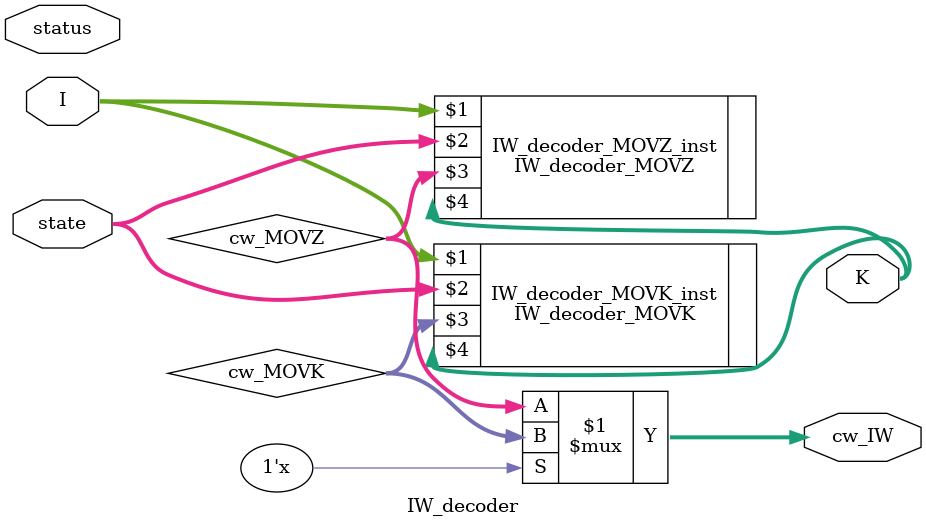
<source format=v>
module IW_decoder(I, state, status, cw_IW, K);
    input [31:0] I;
    input [1:0] state;
    input [4:0] status;

    // Control Word includes:
    // [1] Databus ALU Enable
    // [1] ALU B Select
    // [5] ALU Function Select
    // [1] Databus Register File B Enable
    // [5] Register File Select A
    // [5] Register File Select B
    // [5] Register File Write Address
    // [1] Register File Write
    // [1] Databus RAM Enable
    // [1] RAM Write
    // [1] Databus Program Counter Enable
    // [2] Program Counter Function Select
    // [1] Program Counter Input Select
    // [1] Status Load
    // [2] next_state
    // 33 in total
    output [32:0] cw_IW;
    output [63:0] K;

    wire [32:0] cw_MOVK, cw_MOVZ;
    IW_decoder_MOVK IW_decoder_MOVK_inst (I, state, cw_MOVK, K);
    IW_decoder_MOVZ IW_decoder_MOVZ_inst (I, state, cw_MOVZ, K);
    assign cw_IW = op[8] ? cw_MOVK : cw_MOVZ;

endmodule

</source>
